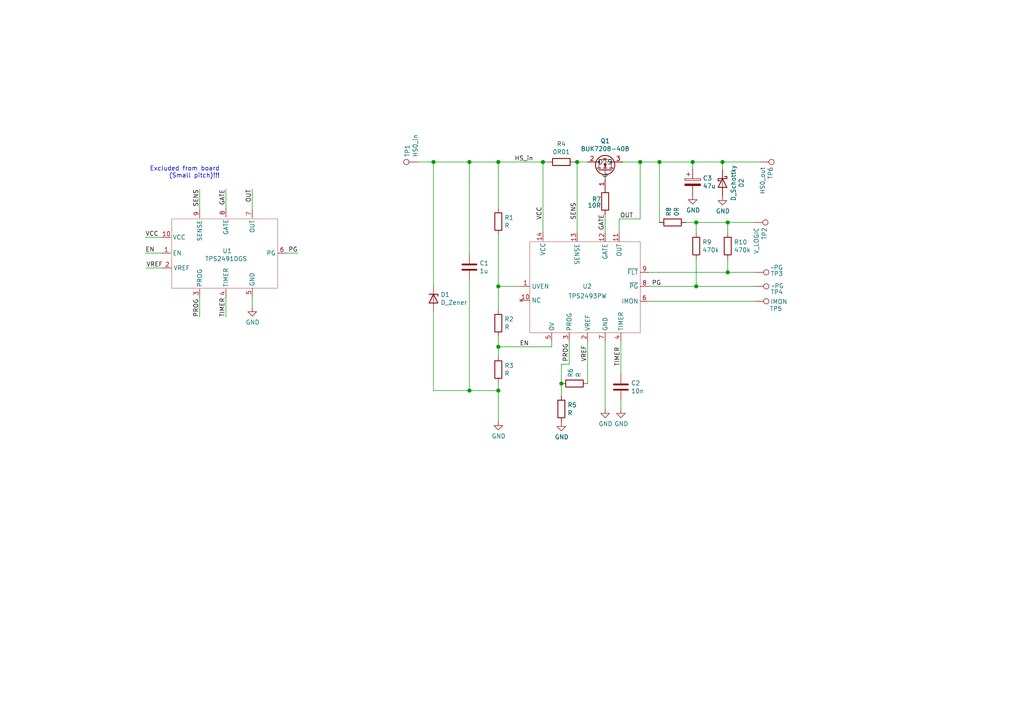
<source format=kicad_sch>
(kicad_sch (version 20210126) (generator eeschema)
  (paper "A4")
  (lib_symbols
    (symbol "Connector:TestPoint" (pin_numbers hide) (pin_names (offset 0.762) hide)
      (property "Reference" "TP" (at 0 6.858 0))
      (property "Value" "TestPoint" (at 0 5.08 0))
      (symbol "TestPoint_0_1"
        (circle (center 0 3.302) (radius 0.762))
      )
      (symbol "TestPoint_1_1"
        (pin passive line (at 0 0 90) (length 2.54) (name "1") (number "1"))
      )
    )
    (symbol "Device:C" (pin_numbers hide) (pin_names (offset 0.254))
      (property "Reference" "C" (at 0.635 2.54 0))
      (property "Value" "C" (at 0.635 -2.54 0))
      (symbol "C_0_1"
        (polyline (pts (xy -2.032 -0.762) (xy 2.032 -0.762)) (stroke (width 0.508)))
        (polyline (pts (xy -2.032 0.762) (xy 2.032 0.762)) (stroke (width 0.508)))
      )
      (symbol "C_1_1"
        (pin passive line (at 0 3.81 270) (length 2.794) (name "~") (number "1"))
        (pin passive line (at 0 -3.81 90) (length 2.794) (name "~") (number "2"))
      )
    )
    (symbol "Device:C_Polarized" (pin_numbers hide) (pin_names (offset 0.254))
      (property "Reference" "C" (at 0.635 2.54 0))
      (property "Value" "C_Polarized" (at 0.635 -2.54 0))
      (symbol "C_Polarized_0_1"
        (rectangle (start -2.286 0.508) (end 2.286 1.016))
        (rectangle (start 2.286 -0.508) (end -2.286 -1.016) (fill (type outline)))
        (polyline (pts (xy -1.778 2.286) (xy -0.762 2.286)))
        (polyline (pts (xy -1.27 2.794) (xy -1.27 1.778)))
      )
      (symbol "C_Polarized_1_1"
        (pin passive line (at 0 3.81 270) (length 2.794) (name "~") (number "1"))
        (pin passive line (at 0 -3.81 90) (length 2.794) (name "~") (number "2"))
      )
    )
    (symbol "Device:D_Schottky" (pin_numbers hide) (pin_names (offset 1.016) hide)
      (property "Reference" "D" (at 0 2.54 0))
      (property "Value" "D_Schottky" (at 0 -2.54 0))
      (symbol "D_Schottky_0_1"
        (polyline (pts (xy 1.27 0) (xy -1.27 0)))
        (polyline (pts (xy 1.27 1.27) (xy 1.27 -1.27) (xy -1.27 0) (xy 1.27 1.27)) (stroke (width 0.254)))
        (polyline (pts (xy -1.905 0.635) (xy -1.905 1.27) (xy -1.27 1.27) (xy -1.27 -1.27) (xy -0.635 -1.27) (xy -0.635 -0.635)) (stroke (width 0.254)))
      )
      (symbol "D_Schottky_1_1"
        (pin passive line (at -3.81 0 0) (length 2.54) (name "K") (number "1"))
        (pin passive line (at 3.81 0 180) (length 2.54) (name "A") (number "2"))
      )
    )
    (symbol "Device:D_Zener" (pin_numbers hide) (pin_names (offset 1.016) hide)
      (property "Reference" "D" (at 0 2.54 0))
      (property "Value" "D_Zener" (at 0 -2.54 0))
      (symbol "D_Zener_0_1"
        (polyline (pts (xy 1.27 0) (xy -1.27 0)))
        (polyline (pts (xy -1.27 -1.27) (xy -1.27 1.27) (xy -0.762 1.27)) (stroke (width 0.254)))
        (polyline (pts (xy 1.27 -1.27) (xy 1.27 1.27) (xy -1.27 0) (xy 1.27 -1.27)) (stroke (width 0.254)))
      )
      (symbol "D_Zener_1_1"
        (pin passive line (at -3.81 0 0) (length 2.54) (name "K") (number "1"))
        (pin passive line (at 3.81 0 180) (length 2.54) (name "A") (number "2"))
      )
    )
    (symbol "Device:R" (pin_numbers hide) (pin_names (offset 0))
      (property "Reference" "R" (at 2.032 0 90))
      (property "Value" "R" (at 0 0 90))
      (symbol "R_0_1"
        (rectangle (start -1.016 -2.54) (end 1.016 2.54) (stroke (width 0.254)))
      )
      (symbol "R_1_1"
        (pin passive line (at 0 3.81 270) (length 1.27) (name "~") (number "1"))
        (pin passive line (at 0 -3.81 90) (length 1.27) (name "~") (number "2"))
      )
    )
    (symbol "dodo-analog:BUK7208-40B"
      (property "Reference" "Q" (at 5.08 -2.54 0))
      (property "Value" "BUK7208-40B" (at 11.684 1.27 0))
      (symbol "BUK7208-40B_0_1"
        (circle (center 1.651 0) (radius 2.794) (stroke (width 0.254)))
        (circle (center 2.54 -1.778) (radius 0.254) (fill (type outline)))
        (circle (center 2.54 1.778) (radius 0.254) (fill (type outline)))
        (polyline (pts (xy 0.254 0) (xy -2.54 0)))
        (polyline (pts (xy 0.254 1.905) (xy 0.254 -1.905)) (stroke (width 0.254)))
        (polyline (pts (xy 0.762 -1.27) (xy 0.762 -2.286)) (stroke (width 0.254)))
        (polyline (pts (xy 0.762 0.508) (xy 0.762 -0.508)) (stroke (width 0.254)))
        (polyline (pts (xy 0.762 2.286) (xy 0.762 1.27)) (stroke (width 0.254)))
        (polyline (pts (xy 2.54 2.54) (xy 2.54 1.778)))
        (polyline (pts (xy 2.54 -2.54) (xy 2.54 0) (xy 0.762 0)))
        (polyline (pts (xy 0.762 -1.778) (xy 3.302 -1.778) (xy 3.302 1.778) (xy 0.762 1.778)))
        (polyline (pts (xy 1.016 0) (xy 2.032 0.381) (xy 2.032 -0.381) (xy 1.016 0)) (fill (type outline)))
        (polyline (pts (xy 2.794 0.508) (xy 2.921 0.381) (xy 3.683 0.381) (xy 3.81 0.254)))
        (polyline (pts (xy 3.302 0.381) (xy 2.921 -0.254) (xy 3.683 -0.254) (xy 3.302 0.381)))
      )
      (symbol "BUK7208-40B_1_1"
        (pin passive line (at 2.54 -5.08 90) (length 2.54) (name "S") (number "3"))
        (pin passive line (at 2.54 -5.08 90) (length 2.54) hide (name "S") (number "3"))
        (pin passive line (at 2.54 -5.08 90) (length 2.54) hide (name "S") (number "3"))
        (pin passive line (at -5.08 0 0) (length 2.54) (name "G") (number "1"))
        (pin passive line (at 2.54 5.08 270) (length 2.54) (name "D") (number "2"))
      )
    )
    (symbol "dodo-power:TPS2491DGS"
      (property "Reference" "U" (at 0 1.27 0))
      (property "Value" "TPS2491DGS" (at 0 -1.27 0))
      (symbol "TPS2491DGS_0_1"
        (rectangle (start -15.748 9.906) (end 14.986 -10.16) (stroke (width 0.0006)))
      )
      (symbol "TPS2491DGS_1_1"
        (pin input line (at -7.62 12.7 270) (length 2.54) (name "SENSE") (number "9"))
        (pin power_in line (at -18.542 4.572 0) (length 2.54) (name "VCC") (number "10"))
        (pin input line (at -18.542 0 0) (length 2.54) (name "EN") (number "1"))
        (pin power_out line (at -18.288 -4.318 0) (length 2.54) (name "VREF") (number "2"))
        (pin input line (at -7.62 -12.954 90) (length 2.54) (name "PROG") (number "3"))
        (pin input line (at 0 -12.954 90) (length 2.54) (name "TIMER") (number "4"))
        (pin power_in line (at 7.62 -12.7 90) (length 2.54) (name "GND") (number "5"))
        (pin input line (at 17.526 0 180) (length 2.54) (name "PG") (number "6"))
        (pin output line (at 0 12.954 270) (length 2.54) (name "GATE") (number "8"))
        (pin input line (at 7.62 12.7 270) (length 2.54) (name "OUT") (number "7"))
      )
    )
    (symbol "dodo-power:TPS2493PW"
      (property "Reference" "U" (at 0 1.016 0))
      (property "Value" "TPS2493PW" (at 0 -1.524 0))
      (symbol "TPS2493PW_0_1"
        (rectangle (start -16.764 12.954) (end 15.24 -13.462) (stroke (width 0.0006)))
      )
      (symbol "TPS2493PW_1_1"
        (pin power_in line (at -12.954 15.748 270) (length 2.54) (name "VCC") (number "14"))
        (pin input line (at -3.048 15.494 270) (length 2.54) (name "SENSE") (number "13"))
        (pin output line (at 5.08 15.494 270) (length 2.54) (name "GATE") (number "12"))
        (pin input line (at 9.144 15.494 270) (length 2.54) (name "OUT") (number "11"))
        (pin output line (at 17.78 4.064 180) (length 2.54) (name "~FLT") (number "9"))
        (pin output line (at 17.78 0 180) (length 2.54) (name "~PG") (number "8"))
        (pin output line (at 17.78 -4.318 180) (length 2.54) (name "IMON") (number "6"))
        (pin bidirectional line (at 9.652 -16.002 90) (length 2.54) (name "TIMER") (number "4"))
        (pin power_in line (at 5.08 -16.002 90) (length 2.54) (name "GND") (number "7"))
        (pin output line (at 0 -16.002 90) (length 2.54) (name "VREF") (number "2"))
        (pin input line (at -5.334 -16.002 90) (length 2.54) (name "PROG") (number "3"))
        (pin input line (at -10.414 -16.002 90) (length 2.54) (name "OV") (number "5"))
        (pin input line (at -19.304 0 0) (length 2.54) (name "UVEN") (number "1"))
        (pin no_connect line (at -19.304 -4.064 0) (length 2.54) (name "NC") (number "10"))
      )
    )
    (symbol "power:GND" (power) (pin_names (offset 0))
      (property "Value" "GND" (at 0 -3.81 0))
      (symbol "GND_0_1"
        (polyline (pts (xy 0 0) (xy 0 -1.27) (xy 1.27 -1.27) (xy 0 -2.54) (xy -1.27 -1.27) (xy 0 -1.27)))
      )
      (symbol "GND_1_1"
        (pin power_in line (at 0 0 270) (length 0) hide (name "GND") (number "1"))
      )
    )
  )
  (junction (at 125.73 46.99) (diameter 1.016))
  (junction (at 136.144 46.99) (diameter 1.016))
  (junction (at 136.144 113.284) (diameter 1.016))
  (junction (at 144.526 46.99) (diameter 1.016))
  (junction (at 144.526 83.058) (diameter 1.016))
  (junction (at 144.526 100.584) (diameter 1.016))
  (junction (at 144.526 113.284) (diameter 1.016))
  (junction (at 157.48 46.99) (diameter 1.016))
  (junction (at 162.814 111.252) (diameter 1.016))
  (junction (at 167.386 46.99) (diameter 1.016))
  (junction (at 185.674 46.99) (diameter 1.016))
  (junction (at 191.262 46.99) (diameter 1.016))
  (junction (at 200.914 46.99) (diameter 1.016))
  (junction (at 201.93 64.516) (diameter 1.016))
  (junction (at 201.93 83.058) (diameter 1.016))
  (junction (at 209.55 46.99) (diameter 1.016))
  (junction (at 211.074 64.516) (diameter 1.016))
  (junction (at 211.074 78.994) (diameter 1.016))
  (wire (pts (xy 42.164 68.834) (xy 46.99 68.834)))
  (wire (pts (xy 42.164 73.406) (xy 46.99 73.406)))
  (wire (pts (xy 42.418 77.724) (xy 47.244 77.724)))
  (wire (pts (xy 57.912 54.864) (xy 57.912 60.706)))
  (wire (pts (xy 57.912 86.36) (xy 57.912 91.948)))
  (wire (pts (xy 65.532 54.864) (xy 65.532 60.452)))
  (wire (pts (xy 65.532 86.36) (xy 65.532 91.948)))
  (wire (pts (xy 73.152 54.864) (xy 73.152 60.706)))
  (wire (pts (xy 73.152 86.106) (xy 73.152 89.154)))
  (wire (pts (xy 83.058 73.406) (xy 86.36 73.406)))
  (wire (pts (xy 121.158 46.99) (xy 125.73 46.99)))
  (wire (pts (xy 125.73 46.99) (xy 125.73 82.804)))
  (wire (pts (xy 125.73 46.99) (xy 136.144 46.99)))
  (wire (pts (xy 125.73 90.424) (xy 125.73 113.284)))
  (wire (pts (xy 125.73 113.284) (xy 136.144 113.284)))
  (wire (pts (xy 136.144 46.99) (xy 144.526 46.99)))
  (wire (pts (xy 136.144 73.66) (xy 136.144 46.99)))
  (wire (pts (xy 136.144 81.28) (xy 136.144 113.284)))
  (wire (pts (xy 136.144 113.284) (xy 144.526 113.284)))
  (wire (pts (xy 144.526 46.99) (xy 144.526 60.452)))
  (wire (pts (xy 144.526 46.99) (xy 157.48 46.99)))
  (wire (pts (xy 144.526 68.072) (xy 144.526 83.058)))
  (wire (pts (xy 144.526 83.058) (xy 144.526 89.916)))
  (wire (pts (xy 144.526 83.058) (xy 151.13 83.058)))
  (wire (pts (xy 144.526 97.536) (xy 144.526 100.584)))
  (wire (pts (xy 144.526 100.584) (xy 144.526 103.378)))
  (wire (pts (xy 144.526 110.998) (xy 144.526 113.284)))
  (wire (pts (xy 144.526 113.284) (xy 144.526 122.174)))
  (wire (pts (xy 157.48 46.99) (xy 159.004 46.99)))
  (wire (pts (xy 157.48 67.31) (xy 157.48 46.99)))
  (wire (pts (xy 160.02 99.06) (xy 160.02 100.584)))
  (wire (pts (xy 160.02 100.584) (xy 144.526 100.584)))
  (wire (pts (xy 162.814 105.664) (xy 162.814 111.252)))
  (wire (pts (xy 162.814 111.252) (xy 162.814 114.808)))
  (wire (pts (xy 165.1 99.06) (xy 165.1 105.664)))
  (wire (pts (xy 165.1 105.664) (xy 162.814 105.664)))
  (wire (pts (xy 166.624 46.99) (xy 167.386 46.99)))
  (wire (pts (xy 167.386 46.99) (xy 167.386 67.564)))
  (wire (pts (xy 167.386 46.99) (xy 170.434 46.99)))
  (wire (pts (xy 170.434 99.06) (xy 170.434 111.252)))
  (wire (pts (xy 175.514 62.23) (xy 175.514 67.564)))
  (wire (pts (xy 175.514 99.06) (xy 175.514 118.618)))
  (wire (pts (xy 179.578 63.5) (xy 185.674 63.5)))
  (wire (pts (xy 179.578 67.564) (xy 179.578 63.5)))
  (wire (pts (xy 180.086 99.06) (xy 180.086 108.458)))
  (wire (pts (xy 180.086 116.078) (xy 180.086 118.618)))
  (wire (pts (xy 180.594 46.99) (xy 185.674 46.99)))
  (wire (pts (xy 185.674 46.99) (xy 185.674 63.5)))
  (wire (pts (xy 185.674 46.99) (xy 191.262 46.99)))
  (wire (pts (xy 188.214 78.994) (xy 211.074 78.994)))
  (wire (pts (xy 188.214 83.058) (xy 201.93 83.058)))
  (wire (pts (xy 188.214 87.376) (xy 218.948 87.376)))
  (wire (pts (xy 191.262 46.99) (xy 191.262 64.516)))
  (wire (pts (xy 191.262 46.99) (xy 200.914 46.99)))
  (wire (pts (xy 198.882 64.516) (xy 201.93 64.516)))
  (wire (pts (xy 200.914 46.99) (xy 200.914 49.022)))
  (wire (pts (xy 200.914 46.99) (xy 209.55 46.99)))
  (wire (pts (xy 201.93 64.516) (xy 211.074 64.516)))
  (wire (pts (xy 201.93 67.564) (xy 201.93 64.516)))
  (wire (pts (xy 201.93 75.184) (xy 201.93 83.058)))
  (wire (pts (xy 201.93 83.058) (xy 218.948 83.058)))
  (wire (pts (xy 209.55 46.99) (xy 220.472 46.99)))
  (wire (pts (xy 209.55 49.276) (xy 209.55 46.99)))
  (wire (pts (xy 211.074 64.516) (xy 211.074 67.564)))
  (wire (pts (xy 211.074 64.516) (xy 218.694 64.516)))
  (wire (pts (xy 211.074 75.184) (xy 211.074 78.994)))
  (wire (pts (xy 211.074 78.994) (xy 218.948 78.994)))
  (text "Excluded from board\n(Small pitch)!!!" (at 63.754 51.816 180) (effects (font (size 1.27 1.27)) (justify right bottom)))
  (label "VCC" (at 42.164 68.834 0))
  (label "EN" (at 42.164 73.406 0))
  (label "VREF" (at 42.418 77.724 0))
  (label "SENS" (at 57.912 54.864 270))
  (label "PROG" (at 57.912 91.948 90))
  (label "GATE" (at 65.532 54.864 270))
  (label "TIMER" (at 65.532 91.948 90))
  (label "OUT" (at 73.152 54.864 270))
  (label "PG" (at 86.36 73.406 180))
  (label "EN" (at 153.416 100.584 180))
  (label "HS_in" (at 154.686 46.99 180))
  (label "VCC" (at 157.48 63.754 90))
  (label "PROG" (at 165.1 99.568 270))
  (label "SENS" (at 167.386 63.754 90))
  (label "VREF" (at 170.434 104.902 90))
  (label "GATE" (at 175.514 66.802 90))
  (label "OUT" (at 179.832 63.5 0))
  (label "TIMER" (at 180.086 100.584 270))
  (label "PG" (at 191.77 83.058 180))
  (symbol (lib_id "Connector:TestPoint") (at 121.158 46.99 90) (unit 1)
    (property "Reference" "TP1" (at 118.1671 45.5929 0) (effects (justify left)))
    (property "Value" "HS0_in" (at 120.466 45.593 0) (effects (justify left)))
    (property "Footprint" "TestPoint:TestPoint_Pad_D2.5mm" (effects hide))
  )
  (symbol (lib_id "Connector:TestPoint") (at 218.694 64.516 270) (unit 1)
    (property "Reference" "TP2" (at 221.6849 65.9131 0) (effects (justify left)))
    (property "Value" "V_LOGIC" (at 219.386 65.913 0) (effects (justify left)))
    (property "Footprint" "TestPoint:TestPoint_Pad_D2.5mm" (effects hide))
  )
  (symbol (lib_id "Connector:TestPoint") (at 218.948 78.994 270) (unit 1)
    (property "Reference" "TP3" (at 223.4629 79.3751 90) (effects (justify left)))
    (property "Value" "~PG" (at 223.45 77.597 90) (effects (justify left)))
    (property "Footprint" "TestPoint:TestPoint_Pad_D2.5mm" (effects hide))
  )
  (symbol (lib_id "Connector:TestPoint") (at 218.948 83.058 270) (unit 1)
    (property "Reference" "TP4" (at 223.4629 84.7091 90) (effects (justify left)))
    (property "Value" "~PG" (at 223.704 82.931 90) (effects (justify left)))
    (property "Footprint" "TestPoint:TestPoint_Pad_D2.5mm" (effects hide))
  )
  (symbol (lib_id "Connector:TestPoint") (at 218.948 87.376 270) (unit 1)
    (property "Reference" "TP5" (at 223.2089 89.5351 90) (effects (justify left)))
    (property "Value" "IMON" (at 223.45 87.503 90) (effects (justify left)))
    (property "Footprint" "TestPoint:TestPoint_Pad_D2.5mm" (effects hide))
  )
  (symbol (lib_id "Connector:TestPoint") (at 220.472 46.99 270) (unit 1)
    (property "Reference" "TP6" (at 223.4629 48.3871 0) (effects (justify left)))
    (property "Value" "HS0_out" (at 221.164 48.387 0) (effects (justify left)))
    (property "Footprint" "TestPoint:TestPoint_Pad_D2.5mm" (effects hide))
  )
  (symbol (lib_id "power:GND") (at 73.152 89.154 0) (unit 1)
    (property "Reference" "#PWR01" (effects hide))
    (property "Value" "GND" (at 73.2663 93.4784 0))
  )
  (symbol (lib_id "power:GND") (at 144.526 122.174 0) (unit 1)
    (property "Reference" "#PWR02" (effects hide))
    (property "Value" "GND" (at 144.6403 126.4984 0))
  )
  (symbol (lib_id "power:GND") (at 162.814 122.428 0) (unit 1)
    (property "Reference" "#PWR03" (effects hide))
    (property "Value" "GND" (at 162.9283 126.7524 0))
  )
  (symbol (lib_id "power:GND") (at 175.514 118.618 0) (unit 1)
    (property "Reference" "#PWR04" (effects hide))
    (property "Value" "GND" (at 175.6283 122.9424 0))
  )
  (symbol (lib_id "power:GND") (at 180.086 118.618 0) (unit 1)
    (property "Reference" "#PWR05" (effects hide))
    (property "Value" "GND" (at 180.2003 122.9424 0))
  )
  (symbol (lib_id "power:GND") (at 200.914 56.642 0) (unit 1)
    (property "Reference" "#PWR06" (effects hide))
    (property "Value" "GND" (at 201.0283 60.9664 0))
  )
  (symbol (lib_id "power:GND") (at 209.55 56.896 0) (unit 1)
    (property "Reference" "#PWR07" (effects hide))
    (property "Value" "GND" (at 209.6643 61.2204 0))
  )
  (symbol (lib_id "Device:R") (at 144.526 64.262 0) (unit 1)
    (property "Reference" "R1" (at 146.3041 63.1126 0) (effects (justify left)))
    (property "Value" "R" (at 146.3041 65.4113 0) (effects (justify left)))
    (property "Footprint" "Resistor_SMD:R_0805_2012Metric_Pad1.20x1.40mm_HandSolder" (effects hide))
  )
  (symbol (lib_id "Device:R") (at 144.526 93.726 0) (unit 1)
    (property "Reference" "R2" (at 146.3041 92.5766 0) (effects (justify left)))
    (property "Value" "R" (at 146.3041 94.8753 0) (effects (justify left)))
    (property "Footprint" "Resistor_SMD:R_0805_2012Metric_Pad1.20x1.40mm_HandSolder" (effects hide))
  )
  (symbol (lib_id "Device:R") (at 144.526 107.188 0) (unit 1)
    (property "Reference" "R3" (at 146.3041 106.0386 0) (effects (justify left)))
    (property "Value" "R" (at 146.3041 108.3373 0) (effects (justify left)))
    (property "Footprint" "Resistor_SMD:R_0805_2012Metric_Pad1.20x1.40mm_HandSolder" (effects hide))
  )
  (symbol (lib_id "Device:R") (at 162.814 46.99 90) (unit 1)
    (property "Reference" "R4" (at 162.814 41.7638 90))
    (property "Value" "0R01" (at 162.814 44.063 90))
    (property "Footprint" "Resistor_SMD:R_0805_2012Metric_Pad1.20x1.40mm_HandSolder" (effects hide))
  )
  (symbol (lib_id "Device:R") (at 162.814 118.618 0) (unit 1)
    (property "Reference" "R5" (at 164.5921 117.4686 0) (effects (justify left)))
    (property "Value" "R" (at 164.5921 119.7673 0) (effects (justify left)))
    (property "Footprint" "Resistor_SMD:R_0805_2012Metric_Pad1.20x1.40mm_HandSolder" (effects hide))
  )
  (symbol (lib_id "Device:R") (at 166.624 111.252 90) (unit 1)
    (property "Reference" "R6" (at 165.4746 109.4739 0) (effects (justify left)))
    (property "Value" "R" (at 167.7733 109.4739 0) (effects (justify left)))
    (property "Footprint" "Resistor_SMD:R_0805_2012Metric_Pad1.20x1.40mm_HandSolder" (effects hide))
  )
  (symbol (lib_id "Device:R") (at 175.514 58.42 180) (unit 1)
    (property "Reference" "R7" (at 171.7041 57.7786 0) (effects (justify right)))
    (property "Value" "10R" (at 170.434 59.569 0) (effects (justify right)))
    (property "Footprint" "Resistor_SMD:R_0805_2012Metric_Pad1.20x1.40mm_HandSolder" (effects hide))
  )
  (symbol (lib_id "Device:R") (at 195.072 64.516 90) (unit 1)
    (property "Reference" "R8" (at 193.9226 62.7379 0) (effects (justify left)))
    (property "Value" "0R" (at 196.221 62.738 0) (effects (justify left)))
    (property "Footprint" "Resistor_SMD:R_0805_2012Metric_Pad1.20x1.40mm_HandSolder" (effects hide))
  )
  (symbol (lib_id "Device:R") (at 201.93 71.374 0) (unit 1)
    (property "Reference" "R9" (at 203.7081 70.2246 0) (effects (justify left)))
    (property "Value" "470k" (at 203.708 72.523 0) (effects (justify left)))
    (property "Footprint" "Resistor_SMD:R_0805_2012Metric_Pad1.20x1.40mm_HandSolder" (effects hide))
  )
  (symbol (lib_id "Device:R") (at 211.074 71.374 0) (unit 1)
    (property "Reference" "R10" (at 212.8521 70.2246 0) (effects (justify left)))
    (property "Value" "470k" (at 212.852 72.523 0) (effects (justify left)))
    (property "Footprint" "Resistor_SMD:R_0805_2012Metric_Pad1.20x1.40mm_HandSolder" (effects hide))
  )
  (symbol (lib_id "Device:D_Zener") (at 125.73 86.614 270) (unit 1)
    (property "Reference" "D1" (at 127.7621 85.4646 90) (effects (justify left)))
    (property "Value" "D_Zener" (at 127.7621 87.7633 90) (effects (justify left)))
    (property "Footprint" "Diode_SMD:D_0805_2012Metric_Pad1.15x1.40mm_HandSolder" (effects hide))
  )
  (symbol (lib_id "Device:D_Schottky") (at 209.55 53.086 270) (unit 1)
    (property "Reference" "D2" (at 215.0302 53.086 0))
    (property "Value" "D_Schottky" (at 212.7315 53.086 0))
    (property "Footprint" "Diode_SMD:D_0805_2012Metric_Pad1.15x1.40mm_HandSolder" (effects hide))
  )
  (symbol (lib_id "Device:C") (at 136.144 77.47 0) (unit 1)
    (property "Reference" "C1" (at 139.0651 76.3206 0) (effects (justify left)))
    (property "Value" "1u" (at 139.065 78.619 0) (effects (justify left)))
    (property "Footprint" "Capacitor_SMD:C_0805_2012Metric_Pad1.18x1.45mm_HandSolder" (effects hide))
  )
  (symbol (lib_id "Device:C") (at 180.086 112.268 0) (unit 1)
    (property "Reference" "C2" (at 183.0071 111.1186 0) (effects (justify left)))
    (property "Value" "10n" (at 183.007 113.417 0) (effects (justify left)))
    (property "Footprint" "Capacitor_SMD:C_0805_2012Metric_Pad1.18x1.45mm_HandSolder" (effects hide))
  )
  (symbol (lib_id "Device:C_Polarized") (at 200.914 52.832 0) (unit 1)
    (property "Reference" "C3" (at 203.8351 51.6826 0) (effects (justify left)))
    (property "Value" "47u" (at 203.835 53.981 0) (effects (justify left)))
    (property "Footprint" "Capacitor_SMD:CP_Elec_6.3x5.3" (effects hide))
  )
  (symbol (lib_id "dodo-analog:BUK7208-40B") (at 175.514 49.53 90) (unit 1)
    (property "Reference" "Q1" (at 175.514 40.8748 90))
    (property "Value" "BUK7208-40B" (at 175.514 43.1735 90))
    (property "Footprint" "Package_TO_SOT_SMD:TO-252-2" (effects hide))
    (property "Datasheet" "https://www.farnell.com/datasheets/2341424.pdf" (effects hide))
  )
  (symbol (lib_id "dodo-power:TPS2491DGS") (at 65.532 73.406 0) (unit 1) (on_board no)
    (property "Reference" "U1" (at 64.5161 72.7646 0) (effects (justify left)))
    (property "Value" "TPS2491DGS" (at 59.4361 75.0633 0) (effects (justify left)))
    (property "Footprint" "Package_SO:VSSOP-10_3x3mm_P0.5mm" (effects hide))
    (property "Datasheet" "https://www.ti.com/lit/ds/symlink/tps2491.pdf?HQS=dis-mous-null-mousermode-dsf-pf-null-wwe&ts=1624481654945&ref_url=https%253A%252F%252Fcz.mouser.com%252F" (effects hide))
  )
  (symbol (lib_id "dodo-power:TPS2493PW") (at 170.434 83.058 0) (unit 1)
    (property "Reference" "U2" (at 171.704 83.0516 0) (effects (justify right)))
    (property "Value" "TPS2493PW" (at 176.022 85.8583 0) (effects (justify right)))
    (property "Footprint" "Package_SO:TSSOP-14_4.4x5mm_P0.65mm" (effects hide))
    (property "Datasheet" "https://www.ti.com/lit/ds/symlink/tps2493.pdf?ts=1624448444717&ref_url=https%253A%252F%252Fwww.google.com%252F" (effects hide))
  )
)
</source>
